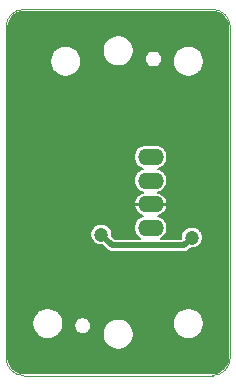
<source format=gbr>
G04 #@! TF.GenerationSoftware,KiCad,Pcbnew,5.1.9*
G04 #@! TF.CreationDate,2021-04-02T13:00:30+02:00*
G04 #@! TF.ProjectId,pressureSensorHolder,70726573-7375-4726-9553-656e736f7248,rev?*
G04 #@! TF.SameCoordinates,Original*
G04 #@! TF.FileFunction,Copper,L2,Bot*
G04 #@! TF.FilePolarity,Positive*
%FSLAX46Y46*%
G04 Gerber Fmt 4.6, Leading zero omitted, Abs format (unit mm)*
G04 Created by KiCad (PCBNEW 5.1.9) date 2021-04-02 13:00:30*
%MOMM*%
%LPD*%
G01*
G04 APERTURE LIST*
G04 #@! TA.AperFunction,Profile*
%ADD10C,0.050000*%
G04 #@! TD*
G04 #@! TA.AperFunction,ComponentPad*
%ADD11O,2.200000X1.400000*%
G04 #@! TD*
G04 #@! TA.AperFunction,ViaPad*
%ADD12C,0.800000*%
G04 #@! TD*
G04 #@! TA.AperFunction,ViaPad*
%ADD13C,1.200000*%
G04 #@! TD*
G04 #@! TA.AperFunction,Conductor*
%ADD14C,0.500000*%
G04 #@! TD*
G04 #@! TA.AperFunction,Conductor*
%ADD15C,0.130000*%
G04 #@! TD*
G04 #@! TA.AperFunction,Conductor*
%ADD16C,0.100000*%
G04 #@! TD*
G04 APERTURE END LIST*
D10*
X140942200Y-99157400D02*
G75*
G02*
X139442200Y-97657400I0J1500000D01*
G01*
X139442200Y-69657400D02*
G75*
G02*
X140942200Y-68157400I1500000J0D01*
G01*
X158442200Y-97657400D02*
G75*
G02*
X156942200Y-99157400I-1500000J0D01*
G01*
X156942200Y-68157400D02*
G75*
G02*
X158442200Y-69657400I0J-1500000D01*
G01*
X158442200Y-97657400D02*
X158442200Y-69657400D01*
X140942200Y-99157400D02*
X156942200Y-99157400D01*
X139442200Y-69657400D02*
X139442200Y-97657400D01*
X156942200Y-68157400D02*
X140942200Y-68157400D01*
D11*
X151692200Y-80657400D03*
X151692200Y-82657400D03*
X151692200Y-84657400D03*
X151692200Y-86657400D03*
D12*
X146808200Y-76043400D03*
X153793200Y-84806400D03*
D13*
X147504200Y-87219402D03*
X155190196Y-87473404D03*
D14*
X147504200Y-87219402D02*
X148412197Y-88127399D01*
X148412197Y-88127399D02*
X154536201Y-88127399D01*
X154536201Y-88127399D02*
X155190196Y-87473404D01*
D15*
X157192568Y-68392956D02*
X157433397Y-68465667D01*
X157655519Y-68583771D01*
X157850466Y-68742766D01*
X158010824Y-68936606D01*
X158130476Y-69157896D01*
X158204865Y-69398212D01*
X158232201Y-69658299D01*
X158232200Y-97647127D01*
X158206644Y-97907768D01*
X158133933Y-98148597D01*
X158015829Y-98370719D01*
X157856834Y-98565666D01*
X157662994Y-98726024D01*
X157441704Y-98845676D01*
X157201392Y-98920065D01*
X156941311Y-98947400D01*
X140952473Y-98947400D01*
X140691832Y-98921844D01*
X140451003Y-98849133D01*
X140228881Y-98731029D01*
X140033934Y-98572034D01*
X139873576Y-98378194D01*
X139753924Y-98156904D01*
X139679535Y-97916592D01*
X139652200Y-97656511D01*
X139652200Y-94627490D01*
X141673200Y-94627490D01*
X141673200Y-94887310D01*
X141723889Y-95142138D01*
X141823317Y-95382181D01*
X141967666Y-95598213D01*
X142151387Y-95781934D01*
X142367419Y-95926283D01*
X142607462Y-96025711D01*
X142862290Y-96076400D01*
X143122110Y-96076400D01*
X143376938Y-96025711D01*
X143616981Y-95926283D01*
X143833013Y-95781934D01*
X144016734Y-95598213D01*
X144161083Y-95382181D01*
X144260511Y-95142138D01*
X144311200Y-94887310D01*
X144311200Y-94886585D01*
X145223200Y-94886585D01*
X145223200Y-95028215D01*
X145250831Y-95167125D01*
X145305030Y-95297974D01*
X145383716Y-95415736D01*
X145483864Y-95515884D01*
X145601626Y-95594570D01*
X145732475Y-95648769D01*
X145871385Y-95676400D01*
X146013015Y-95676400D01*
X146151925Y-95648769D01*
X146282774Y-95594570D01*
X146383166Y-95527490D01*
X147623200Y-95527490D01*
X147623200Y-95787310D01*
X147673889Y-96042138D01*
X147773317Y-96282181D01*
X147917666Y-96498213D01*
X148101387Y-96681934D01*
X148317419Y-96826283D01*
X148557462Y-96925711D01*
X148812290Y-96976400D01*
X149072110Y-96976400D01*
X149326938Y-96925711D01*
X149566981Y-96826283D01*
X149783013Y-96681934D01*
X149966734Y-96498213D01*
X150111083Y-96282181D01*
X150210511Y-96042138D01*
X150261200Y-95787310D01*
X150261200Y-95527490D01*
X150210511Y-95272662D01*
X150111083Y-95032619D01*
X149966734Y-94816587D01*
X149783013Y-94632866D01*
X149774968Y-94627490D01*
X153573200Y-94627490D01*
X153573200Y-94887310D01*
X153623889Y-95142138D01*
X153723317Y-95382181D01*
X153867666Y-95598213D01*
X154051387Y-95781934D01*
X154267419Y-95926283D01*
X154507462Y-96025711D01*
X154762290Y-96076400D01*
X155022110Y-96076400D01*
X155276938Y-96025711D01*
X155516981Y-95926283D01*
X155733013Y-95781934D01*
X155916734Y-95598213D01*
X156061083Y-95382181D01*
X156160511Y-95142138D01*
X156211200Y-94887310D01*
X156211200Y-94627490D01*
X156160511Y-94372662D01*
X156061083Y-94132619D01*
X155916734Y-93916587D01*
X155733013Y-93732866D01*
X155516981Y-93588517D01*
X155276938Y-93489089D01*
X155022110Y-93438400D01*
X154762290Y-93438400D01*
X154507462Y-93489089D01*
X154267419Y-93588517D01*
X154051387Y-93732866D01*
X153867666Y-93916587D01*
X153723317Y-94132619D01*
X153623889Y-94372662D01*
X153573200Y-94627490D01*
X149774968Y-94627490D01*
X149566981Y-94488517D01*
X149326938Y-94389089D01*
X149072110Y-94338400D01*
X148812290Y-94338400D01*
X148557462Y-94389089D01*
X148317419Y-94488517D01*
X148101387Y-94632866D01*
X147917666Y-94816587D01*
X147773317Y-95032619D01*
X147673889Y-95272662D01*
X147623200Y-95527490D01*
X146383166Y-95527490D01*
X146400536Y-95515884D01*
X146500684Y-95415736D01*
X146579370Y-95297974D01*
X146633569Y-95167125D01*
X146661200Y-95028215D01*
X146661200Y-94886585D01*
X146633569Y-94747675D01*
X146579370Y-94616826D01*
X146500684Y-94499064D01*
X146400536Y-94398916D01*
X146282774Y-94320230D01*
X146151925Y-94266031D01*
X146013015Y-94238400D01*
X145871385Y-94238400D01*
X145732475Y-94266031D01*
X145601626Y-94320230D01*
X145483864Y-94398916D01*
X145383716Y-94499064D01*
X145305030Y-94616826D01*
X145250831Y-94747675D01*
X145223200Y-94886585D01*
X144311200Y-94886585D01*
X144311200Y-94627490D01*
X144260511Y-94372662D01*
X144161083Y-94132619D01*
X144016734Y-93916587D01*
X143833013Y-93732866D01*
X143616981Y-93588517D01*
X143376938Y-93489089D01*
X143122110Y-93438400D01*
X142862290Y-93438400D01*
X142607462Y-93489089D01*
X142367419Y-93588517D01*
X142151387Y-93732866D01*
X141967666Y-93916587D01*
X141823317Y-94132619D01*
X141723889Y-94372662D01*
X141673200Y-94627490D01*
X139652200Y-94627490D01*
X139652200Y-87128888D01*
X146585200Y-87128888D01*
X146585200Y-87309916D01*
X146620516Y-87487465D01*
X146689792Y-87654712D01*
X146790366Y-87805231D01*
X146918371Y-87933236D01*
X147068890Y-88033810D01*
X147236137Y-88103086D01*
X147413686Y-88138402D01*
X147594714Y-88138402D01*
X147614564Y-88134454D01*
X147990094Y-88509984D01*
X148007907Y-88531689D01*
X148029612Y-88549502D01*
X148029618Y-88549508D01*
X148094547Y-88602794D01*
X148147383Y-88631035D01*
X148193397Y-88655630D01*
X148268117Y-88678296D01*
X148300653Y-88688166D01*
X148310359Y-88689122D01*
X148384245Y-88696399D01*
X148384253Y-88696399D01*
X148412197Y-88699151D01*
X148440141Y-88696399D01*
X154508259Y-88696399D01*
X154536201Y-88699151D01*
X154564143Y-88696399D01*
X154564153Y-88696399D01*
X154647744Y-88688166D01*
X154755001Y-88655630D01*
X154853850Y-88602794D01*
X154940491Y-88531689D01*
X154958312Y-88509974D01*
X155079831Y-88388455D01*
X155099682Y-88392404D01*
X155280710Y-88392404D01*
X155458259Y-88357088D01*
X155625506Y-88287812D01*
X155776025Y-88187238D01*
X155904030Y-88059233D01*
X156004604Y-87908714D01*
X156073880Y-87741467D01*
X156109196Y-87563918D01*
X156109196Y-87382890D01*
X156073880Y-87205341D01*
X156004604Y-87038094D01*
X155904030Y-86887575D01*
X155776025Y-86759570D01*
X155625506Y-86658996D01*
X155458259Y-86589720D01*
X155280710Y-86554404D01*
X155099682Y-86554404D01*
X154922133Y-86589720D01*
X154754886Y-86658996D01*
X154604367Y-86759570D01*
X154476362Y-86887575D01*
X154375788Y-87038094D01*
X154306512Y-87205341D01*
X154271196Y-87382890D01*
X154271196Y-87558399D01*
X152568210Y-87558399D01*
X152661065Y-87508767D01*
X152816228Y-87381428D01*
X152943567Y-87226265D01*
X153038188Y-87049241D01*
X153096455Y-86857159D01*
X153116130Y-86657400D01*
X153096455Y-86457641D01*
X153038188Y-86265559D01*
X152943567Y-86088535D01*
X152816228Y-85933372D01*
X152661065Y-85806033D01*
X152484041Y-85711412D01*
X152296872Y-85654635D01*
X152330424Y-85649997D01*
X152519493Y-85584449D01*
X152692141Y-85483275D01*
X152841734Y-85350363D01*
X152962522Y-85190821D01*
X153049864Y-85010780D01*
X153092609Y-84856348D01*
X153031349Y-84697400D01*
X151732200Y-84697400D01*
X151732200Y-84717400D01*
X151652200Y-84717400D01*
X151652200Y-84697400D01*
X150353051Y-84697400D01*
X150291791Y-84856348D01*
X150334536Y-85010780D01*
X150421878Y-85190821D01*
X150542666Y-85350363D01*
X150692259Y-85483275D01*
X150864907Y-85584449D01*
X151053976Y-85649997D01*
X151087528Y-85654635D01*
X150900359Y-85711412D01*
X150723335Y-85806033D01*
X150568172Y-85933372D01*
X150440833Y-86088535D01*
X150346212Y-86265559D01*
X150287945Y-86457641D01*
X150268270Y-86657400D01*
X150287945Y-86857159D01*
X150346212Y-87049241D01*
X150440833Y-87226265D01*
X150568172Y-87381428D01*
X150723335Y-87508767D01*
X150816190Y-87558399D01*
X148647885Y-87558399D01*
X148419252Y-87329766D01*
X148423200Y-87309916D01*
X148423200Y-87128888D01*
X148387884Y-86951339D01*
X148318608Y-86784092D01*
X148218034Y-86633573D01*
X148090029Y-86505568D01*
X147939510Y-86404994D01*
X147772263Y-86335718D01*
X147594714Y-86300402D01*
X147413686Y-86300402D01*
X147236137Y-86335718D01*
X147068890Y-86404994D01*
X146918371Y-86505568D01*
X146790366Y-86633573D01*
X146689792Y-86784092D01*
X146620516Y-86951339D01*
X146585200Y-87128888D01*
X139652200Y-87128888D01*
X139652200Y-80657400D01*
X150268270Y-80657400D01*
X150287945Y-80857159D01*
X150346212Y-81049241D01*
X150440833Y-81226265D01*
X150568172Y-81381428D01*
X150723335Y-81508767D01*
X150900359Y-81603388D01*
X151078414Y-81657400D01*
X150900359Y-81711412D01*
X150723335Y-81806033D01*
X150568172Y-81933372D01*
X150440833Y-82088535D01*
X150346212Y-82265559D01*
X150287945Y-82457641D01*
X150268270Y-82657400D01*
X150287945Y-82857159D01*
X150346212Y-83049241D01*
X150440833Y-83226265D01*
X150568172Y-83381428D01*
X150723335Y-83508767D01*
X150900359Y-83603388D01*
X151087528Y-83660165D01*
X151053976Y-83664803D01*
X150864907Y-83730351D01*
X150692259Y-83831525D01*
X150542666Y-83964437D01*
X150421878Y-84123979D01*
X150334536Y-84304020D01*
X150291791Y-84458452D01*
X150353051Y-84617400D01*
X151652200Y-84617400D01*
X151652200Y-84597400D01*
X151732200Y-84597400D01*
X151732200Y-84617400D01*
X153031349Y-84617400D01*
X153092609Y-84458452D01*
X153049864Y-84304020D01*
X152962522Y-84123979D01*
X152841734Y-83964437D01*
X152692141Y-83831525D01*
X152519493Y-83730351D01*
X152330424Y-83664803D01*
X152296872Y-83660165D01*
X152484041Y-83603388D01*
X152661065Y-83508767D01*
X152816228Y-83381428D01*
X152943567Y-83226265D01*
X153038188Y-83049241D01*
X153096455Y-82857159D01*
X153116130Y-82657400D01*
X153096455Y-82457641D01*
X153038188Y-82265559D01*
X152943567Y-82088535D01*
X152816228Y-81933372D01*
X152661065Y-81806033D01*
X152484041Y-81711412D01*
X152305986Y-81657400D01*
X152484041Y-81603388D01*
X152661065Y-81508767D01*
X152816228Y-81381428D01*
X152943567Y-81226265D01*
X153038188Y-81049241D01*
X153096455Y-80857159D01*
X153116130Y-80657400D01*
X153096455Y-80457641D01*
X153038188Y-80265559D01*
X152943567Y-80088535D01*
X152816228Y-79933372D01*
X152661065Y-79806033D01*
X152484041Y-79711412D01*
X152291959Y-79653145D01*
X152142254Y-79638400D01*
X151242146Y-79638400D01*
X151092441Y-79653145D01*
X150900359Y-79711412D01*
X150723335Y-79806033D01*
X150568172Y-79933372D01*
X150440833Y-80088535D01*
X150346212Y-80265559D01*
X150287945Y-80457641D01*
X150268270Y-80657400D01*
X139652200Y-80657400D01*
X139652200Y-72427490D01*
X143173200Y-72427490D01*
X143173200Y-72687310D01*
X143223889Y-72942138D01*
X143323317Y-73182181D01*
X143467666Y-73398213D01*
X143651387Y-73581934D01*
X143867419Y-73726283D01*
X144107462Y-73825711D01*
X144362290Y-73876400D01*
X144622110Y-73876400D01*
X144876938Y-73825711D01*
X145116981Y-73726283D01*
X145333013Y-73581934D01*
X145516734Y-73398213D01*
X145661083Y-73182181D01*
X145760511Y-72942138D01*
X145811200Y-72687310D01*
X145811200Y-72427490D01*
X145760511Y-72172662D01*
X145661083Y-71932619D01*
X145516734Y-71716587D01*
X145333013Y-71532866D01*
X145324968Y-71527490D01*
X147623200Y-71527490D01*
X147623200Y-71787310D01*
X147673889Y-72042138D01*
X147773317Y-72282181D01*
X147917666Y-72498213D01*
X148101387Y-72681934D01*
X148317419Y-72826283D01*
X148557462Y-72925711D01*
X148812290Y-72976400D01*
X149072110Y-72976400D01*
X149326938Y-72925711D01*
X149566981Y-72826283D01*
X149783013Y-72681934D01*
X149966734Y-72498213D01*
X150108140Y-72286585D01*
X151223200Y-72286585D01*
X151223200Y-72428215D01*
X151250831Y-72567125D01*
X151305030Y-72697974D01*
X151383716Y-72815736D01*
X151483864Y-72915884D01*
X151601626Y-72994570D01*
X151732475Y-73048769D01*
X151871385Y-73076400D01*
X152013015Y-73076400D01*
X152151925Y-73048769D01*
X152282774Y-72994570D01*
X152400536Y-72915884D01*
X152500684Y-72815736D01*
X152579370Y-72697974D01*
X152633569Y-72567125D01*
X152661200Y-72428215D01*
X152661200Y-72427490D01*
X153573200Y-72427490D01*
X153573200Y-72687310D01*
X153623889Y-72942138D01*
X153723317Y-73182181D01*
X153867666Y-73398213D01*
X154051387Y-73581934D01*
X154267419Y-73726283D01*
X154507462Y-73825711D01*
X154762290Y-73876400D01*
X155022110Y-73876400D01*
X155276938Y-73825711D01*
X155516981Y-73726283D01*
X155733013Y-73581934D01*
X155916734Y-73398213D01*
X156061083Y-73182181D01*
X156160511Y-72942138D01*
X156211200Y-72687310D01*
X156211200Y-72427490D01*
X156160511Y-72172662D01*
X156061083Y-71932619D01*
X155916734Y-71716587D01*
X155733013Y-71532866D01*
X155516981Y-71388517D01*
X155276938Y-71289089D01*
X155022110Y-71238400D01*
X154762290Y-71238400D01*
X154507462Y-71289089D01*
X154267419Y-71388517D01*
X154051387Y-71532866D01*
X153867666Y-71716587D01*
X153723317Y-71932619D01*
X153623889Y-72172662D01*
X153573200Y-72427490D01*
X152661200Y-72427490D01*
X152661200Y-72286585D01*
X152633569Y-72147675D01*
X152579370Y-72016826D01*
X152500684Y-71899064D01*
X152400536Y-71798916D01*
X152282774Y-71720230D01*
X152151925Y-71666031D01*
X152013015Y-71638400D01*
X151871385Y-71638400D01*
X151732475Y-71666031D01*
X151601626Y-71720230D01*
X151483864Y-71798916D01*
X151383716Y-71899064D01*
X151305030Y-72016826D01*
X151250831Y-72147675D01*
X151223200Y-72286585D01*
X150108140Y-72286585D01*
X150111083Y-72282181D01*
X150210511Y-72042138D01*
X150261200Y-71787310D01*
X150261200Y-71527490D01*
X150210511Y-71272662D01*
X150111083Y-71032619D01*
X149966734Y-70816587D01*
X149783013Y-70632866D01*
X149566981Y-70488517D01*
X149326938Y-70389089D01*
X149072110Y-70338400D01*
X148812290Y-70338400D01*
X148557462Y-70389089D01*
X148317419Y-70488517D01*
X148101387Y-70632866D01*
X147917666Y-70816587D01*
X147773317Y-71032619D01*
X147673889Y-71272662D01*
X147623200Y-71527490D01*
X145324968Y-71527490D01*
X145116981Y-71388517D01*
X144876938Y-71289089D01*
X144622110Y-71238400D01*
X144362290Y-71238400D01*
X144107462Y-71289089D01*
X143867419Y-71388517D01*
X143651387Y-71532866D01*
X143467666Y-71716587D01*
X143323317Y-71932619D01*
X143223889Y-72172662D01*
X143173200Y-72427490D01*
X139652200Y-72427490D01*
X139652200Y-69667673D01*
X139677756Y-69407032D01*
X139750467Y-69166203D01*
X139868571Y-68944081D01*
X140027566Y-68749134D01*
X140221406Y-68588776D01*
X140442696Y-68469124D01*
X140683012Y-68394735D01*
X140943089Y-68367400D01*
X156931927Y-68367400D01*
X157192568Y-68392956D01*
G04 #@! TA.AperFunction,Conductor*
D16*
G36*
X157192568Y-68392956D02*
G01*
X157433397Y-68465667D01*
X157655519Y-68583771D01*
X157850466Y-68742766D01*
X158010824Y-68936606D01*
X158130476Y-69157896D01*
X158204865Y-69398212D01*
X158232201Y-69658299D01*
X158232200Y-97647127D01*
X158206644Y-97907768D01*
X158133933Y-98148597D01*
X158015829Y-98370719D01*
X157856834Y-98565666D01*
X157662994Y-98726024D01*
X157441704Y-98845676D01*
X157201392Y-98920065D01*
X156941311Y-98947400D01*
X140952473Y-98947400D01*
X140691832Y-98921844D01*
X140451003Y-98849133D01*
X140228881Y-98731029D01*
X140033934Y-98572034D01*
X139873576Y-98378194D01*
X139753924Y-98156904D01*
X139679535Y-97916592D01*
X139652200Y-97656511D01*
X139652200Y-94627490D01*
X141673200Y-94627490D01*
X141673200Y-94887310D01*
X141723889Y-95142138D01*
X141823317Y-95382181D01*
X141967666Y-95598213D01*
X142151387Y-95781934D01*
X142367419Y-95926283D01*
X142607462Y-96025711D01*
X142862290Y-96076400D01*
X143122110Y-96076400D01*
X143376938Y-96025711D01*
X143616981Y-95926283D01*
X143833013Y-95781934D01*
X144016734Y-95598213D01*
X144161083Y-95382181D01*
X144260511Y-95142138D01*
X144311200Y-94887310D01*
X144311200Y-94886585D01*
X145223200Y-94886585D01*
X145223200Y-95028215D01*
X145250831Y-95167125D01*
X145305030Y-95297974D01*
X145383716Y-95415736D01*
X145483864Y-95515884D01*
X145601626Y-95594570D01*
X145732475Y-95648769D01*
X145871385Y-95676400D01*
X146013015Y-95676400D01*
X146151925Y-95648769D01*
X146282774Y-95594570D01*
X146383166Y-95527490D01*
X147623200Y-95527490D01*
X147623200Y-95787310D01*
X147673889Y-96042138D01*
X147773317Y-96282181D01*
X147917666Y-96498213D01*
X148101387Y-96681934D01*
X148317419Y-96826283D01*
X148557462Y-96925711D01*
X148812290Y-96976400D01*
X149072110Y-96976400D01*
X149326938Y-96925711D01*
X149566981Y-96826283D01*
X149783013Y-96681934D01*
X149966734Y-96498213D01*
X150111083Y-96282181D01*
X150210511Y-96042138D01*
X150261200Y-95787310D01*
X150261200Y-95527490D01*
X150210511Y-95272662D01*
X150111083Y-95032619D01*
X149966734Y-94816587D01*
X149783013Y-94632866D01*
X149774968Y-94627490D01*
X153573200Y-94627490D01*
X153573200Y-94887310D01*
X153623889Y-95142138D01*
X153723317Y-95382181D01*
X153867666Y-95598213D01*
X154051387Y-95781934D01*
X154267419Y-95926283D01*
X154507462Y-96025711D01*
X154762290Y-96076400D01*
X155022110Y-96076400D01*
X155276938Y-96025711D01*
X155516981Y-95926283D01*
X155733013Y-95781934D01*
X155916734Y-95598213D01*
X156061083Y-95382181D01*
X156160511Y-95142138D01*
X156211200Y-94887310D01*
X156211200Y-94627490D01*
X156160511Y-94372662D01*
X156061083Y-94132619D01*
X155916734Y-93916587D01*
X155733013Y-93732866D01*
X155516981Y-93588517D01*
X155276938Y-93489089D01*
X155022110Y-93438400D01*
X154762290Y-93438400D01*
X154507462Y-93489089D01*
X154267419Y-93588517D01*
X154051387Y-93732866D01*
X153867666Y-93916587D01*
X153723317Y-94132619D01*
X153623889Y-94372662D01*
X153573200Y-94627490D01*
X149774968Y-94627490D01*
X149566981Y-94488517D01*
X149326938Y-94389089D01*
X149072110Y-94338400D01*
X148812290Y-94338400D01*
X148557462Y-94389089D01*
X148317419Y-94488517D01*
X148101387Y-94632866D01*
X147917666Y-94816587D01*
X147773317Y-95032619D01*
X147673889Y-95272662D01*
X147623200Y-95527490D01*
X146383166Y-95527490D01*
X146400536Y-95515884D01*
X146500684Y-95415736D01*
X146579370Y-95297974D01*
X146633569Y-95167125D01*
X146661200Y-95028215D01*
X146661200Y-94886585D01*
X146633569Y-94747675D01*
X146579370Y-94616826D01*
X146500684Y-94499064D01*
X146400536Y-94398916D01*
X146282774Y-94320230D01*
X146151925Y-94266031D01*
X146013015Y-94238400D01*
X145871385Y-94238400D01*
X145732475Y-94266031D01*
X145601626Y-94320230D01*
X145483864Y-94398916D01*
X145383716Y-94499064D01*
X145305030Y-94616826D01*
X145250831Y-94747675D01*
X145223200Y-94886585D01*
X144311200Y-94886585D01*
X144311200Y-94627490D01*
X144260511Y-94372662D01*
X144161083Y-94132619D01*
X144016734Y-93916587D01*
X143833013Y-93732866D01*
X143616981Y-93588517D01*
X143376938Y-93489089D01*
X143122110Y-93438400D01*
X142862290Y-93438400D01*
X142607462Y-93489089D01*
X142367419Y-93588517D01*
X142151387Y-93732866D01*
X141967666Y-93916587D01*
X141823317Y-94132619D01*
X141723889Y-94372662D01*
X141673200Y-94627490D01*
X139652200Y-94627490D01*
X139652200Y-87128888D01*
X146585200Y-87128888D01*
X146585200Y-87309916D01*
X146620516Y-87487465D01*
X146689792Y-87654712D01*
X146790366Y-87805231D01*
X146918371Y-87933236D01*
X147068890Y-88033810D01*
X147236137Y-88103086D01*
X147413686Y-88138402D01*
X147594714Y-88138402D01*
X147614564Y-88134454D01*
X147990094Y-88509984D01*
X148007907Y-88531689D01*
X148029612Y-88549502D01*
X148029618Y-88549508D01*
X148094547Y-88602794D01*
X148147383Y-88631035D01*
X148193397Y-88655630D01*
X148268117Y-88678296D01*
X148300653Y-88688166D01*
X148310359Y-88689122D01*
X148384245Y-88696399D01*
X148384253Y-88696399D01*
X148412197Y-88699151D01*
X148440141Y-88696399D01*
X154508259Y-88696399D01*
X154536201Y-88699151D01*
X154564143Y-88696399D01*
X154564153Y-88696399D01*
X154647744Y-88688166D01*
X154755001Y-88655630D01*
X154853850Y-88602794D01*
X154940491Y-88531689D01*
X154958312Y-88509974D01*
X155079831Y-88388455D01*
X155099682Y-88392404D01*
X155280710Y-88392404D01*
X155458259Y-88357088D01*
X155625506Y-88287812D01*
X155776025Y-88187238D01*
X155904030Y-88059233D01*
X156004604Y-87908714D01*
X156073880Y-87741467D01*
X156109196Y-87563918D01*
X156109196Y-87382890D01*
X156073880Y-87205341D01*
X156004604Y-87038094D01*
X155904030Y-86887575D01*
X155776025Y-86759570D01*
X155625506Y-86658996D01*
X155458259Y-86589720D01*
X155280710Y-86554404D01*
X155099682Y-86554404D01*
X154922133Y-86589720D01*
X154754886Y-86658996D01*
X154604367Y-86759570D01*
X154476362Y-86887575D01*
X154375788Y-87038094D01*
X154306512Y-87205341D01*
X154271196Y-87382890D01*
X154271196Y-87558399D01*
X152568210Y-87558399D01*
X152661065Y-87508767D01*
X152816228Y-87381428D01*
X152943567Y-87226265D01*
X153038188Y-87049241D01*
X153096455Y-86857159D01*
X153116130Y-86657400D01*
X153096455Y-86457641D01*
X153038188Y-86265559D01*
X152943567Y-86088535D01*
X152816228Y-85933372D01*
X152661065Y-85806033D01*
X152484041Y-85711412D01*
X152296872Y-85654635D01*
X152330424Y-85649997D01*
X152519493Y-85584449D01*
X152692141Y-85483275D01*
X152841734Y-85350363D01*
X152962522Y-85190821D01*
X153049864Y-85010780D01*
X153092609Y-84856348D01*
X153031349Y-84697400D01*
X151732200Y-84697400D01*
X151732200Y-84717400D01*
X151652200Y-84717400D01*
X151652200Y-84697400D01*
X150353051Y-84697400D01*
X150291791Y-84856348D01*
X150334536Y-85010780D01*
X150421878Y-85190821D01*
X150542666Y-85350363D01*
X150692259Y-85483275D01*
X150864907Y-85584449D01*
X151053976Y-85649997D01*
X151087528Y-85654635D01*
X150900359Y-85711412D01*
X150723335Y-85806033D01*
X150568172Y-85933372D01*
X150440833Y-86088535D01*
X150346212Y-86265559D01*
X150287945Y-86457641D01*
X150268270Y-86657400D01*
X150287945Y-86857159D01*
X150346212Y-87049241D01*
X150440833Y-87226265D01*
X150568172Y-87381428D01*
X150723335Y-87508767D01*
X150816190Y-87558399D01*
X148647885Y-87558399D01*
X148419252Y-87329766D01*
X148423200Y-87309916D01*
X148423200Y-87128888D01*
X148387884Y-86951339D01*
X148318608Y-86784092D01*
X148218034Y-86633573D01*
X148090029Y-86505568D01*
X147939510Y-86404994D01*
X147772263Y-86335718D01*
X147594714Y-86300402D01*
X147413686Y-86300402D01*
X147236137Y-86335718D01*
X147068890Y-86404994D01*
X146918371Y-86505568D01*
X146790366Y-86633573D01*
X146689792Y-86784092D01*
X146620516Y-86951339D01*
X146585200Y-87128888D01*
X139652200Y-87128888D01*
X139652200Y-80657400D01*
X150268270Y-80657400D01*
X150287945Y-80857159D01*
X150346212Y-81049241D01*
X150440833Y-81226265D01*
X150568172Y-81381428D01*
X150723335Y-81508767D01*
X150900359Y-81603388D01*
X151078414Y-81657400D01*
X150900359Y-81711412D01*
X150723335Y-81806033D01*
X150568172Y-81933372D01*
X150440833Y-82088535D01*
X150346212Y-82265559D01*
X150287945Y-82457641D01*
X150268270Y-82657400D01*
X150287945Y-82857159D01*
X150346212Y-83049241D01*
X150440833Y-83226265D01*
X150568172Y-83381428D01*
X150723335Y-83508767D01*
X150900359Y-83603388D01*
X151087528Y-83660165D01*
X151053976Y-83664803D01*
X150864907Y-83730351D01*
X150692259Y-83831525D01*
X150542666Y-83964437D01*
X150421878Y-84123979D01*
X150334536Y-84304020D01*
X150291791Y-84458452D01*
X150353051Y-84617400D01*
X151652200Y-84617400D01*
X151652200Y-84597400D01*
X151732200Y-84597400D01*
X151732200Y-84617400D01*
X153031349Y-84617400D01*
X153092609Y-84458452D01*
X153049864Y-84304020D01*
X152962522Y-84123979D01*
X152841734Y-83964437D01*
X152692141Y-83831525D01*
X152519493Y-83730351D01*
X152330424Y-83664803D01*
X152296872Y-83660165D01*
X152484041Y-83603388D01*
X152661065Y-83508767D01*
X152816228Y-83381428D01*
X152943567Y-83226265D01*
X153038188Y-83049241D01*
X153096455Y-82857159D01*
X153116130Y-82657400D01*
X153096455Y-82457641D01*
X153038188Y-82265559D01*
X152943567Y-82088535D01*
X152816228Y-81933372D01*
X152661065Y-81806033D01*
X152484041Y-81711412D01*
X152305986Y-81657400D01*
X152484041Y-81603388D01*
X152661065Y-81508767D01*
X152816228Y-81381428D01*
X152943567Y-81226265D01*
X153038188Y-81049241D01*
X153096455Y-80857159D01*
X153116130Y-80657400D01*
X153096455Y-80457641D01*
X153038188Y-80265559D01*
X152943567Y-80088535D01*
X152816228Y-79933372D01*
X152661065Y-79806033D01*
X152484041Y-79711412D01*
X152291959Y-79653145D01*
X152142254Y-79638400D01*
X151242146Y-79638400D01*
X151092441Y-79653145D01*
X150900359Y-79711412D01*
X150723335Y-79806033D01*
X150568172Y-79933372D01*
X150440833Y-80088535D01*
X150346212Y-80265559D01*
X150287945Y-80457641D01*
X150268270Y-80657400D01*
X139652200Y-80657400D01*
X139652200Y-72427490D01*
X143173200Y-72427490D01*
X143173200Y-72687310D01*
X143223889Y-72942138D01*
X143323317Y-73182181D01*
X143467666Y-73398213D01*
X143651387Y-73581934D01*
X143867419Y-73726283D01*
X144107462Y-73825711D01*
X144362290Y-73876400D01*
X144622110Y-73876400D01*
X144876938Y-73825711D01*
X145116981Y-73726283D01*
X145333013Y-73581934D01*
X145516734Y-73398213D01*
X145661083Y-73182181D01*
X145760511Y-72942138D01*
X145811200Y-72687310D01*
X145811200Y-72427490D01*
X145760511Y-72172662D01*
X145661083Y-71932619D01*
X145516734Y-71716587D01*
X145333013Y-71532866D01*
X145324968Y-71527490D01*
X147623200Y-71527490D01*
X147623200Y-71787310D01*
X147673889Y-72042138D01*
X147773317Y-72282181D01*
X147917666Y-72498213D01*
X148101387Y-72681934D01*
X148317419Y-72826283D01*
X148557462Y-72925711D01*
X148812290Y-72976400D01*
X149072110Y-72976400D01*
X149326938Y-72925711D01*
X149566981Y-72826283D01*
X149783013Y-72681934D01*
X149966734Y-72498213D01*
X150108140Y-72286585D01*
X151223200Y-72286585D01*
X151223200Y-72428215D01*
X151250831Y-72567125D01*
X151305030Y-72697974D01*
X151383716Y-72815736D01*
X151483864Y-72915884D01*
X151601626Y-72994570D01*
X151732475Y-73048769D01*
X151871385Y-73076400D01*
X152013015Y-73076400D01*
X152151925Y-73048769D01*
X152282774Y-72994570D01*
X152400536Y-72915884D01*
X152500684Y-72815736D01*
X152579370Y-72697974D01*
X152633569Y-72567125D01*
X152661200Y-72428215D01*
X152661200Y-72427490D01*
X153573200Y-72427490D01*
X153573200Y-72687310D01*
X153623889Y-72942138D01*
X153723317Y-73182181D01*
X153867666Y-73398213D01*
X154051387Y-73581934D01*
X154267419Y-73726283D01*
X154507462Y-73825711D01*
X154762290Y-73876400D01*
X155022110Y-73876400D01*
X155276938Y-73825711D01*
X155516981Y-73726283D01*
X155733013Y-73581934D01*
X155916734Y-73398213D01*
X156061083Y-73182181D01*
X156160511Y-72942138D01*
X156211200Y-72687310D01*
X156211200Y-72427490D01*
X156160511Y-72172662D01*
X156061083Y-71932619D01*
X155916734Y-71716587D01*
X155733013Y-71532866D01*
X155516981Y-71388517D01*
X155276938Y-71289089D01*
X155022110Y-71238400D01*
X154762290Y-71238400D01*
X154507462Y-71289089D01*
X154267419Y-71388517D01*
X154051387Y-71532866D01*
X153867666Y-71716587D01*
X153723317Y-71932619D01*
X153623889Y-72172662D01*
X153573200Y-72427490D01*
X152661200Y-72427490D01*
X152661200Y-72286585D01*
X152633569Y-72147675D01*
X152579370Y-72016826D01*
X152500684Y-71899064D01*
X152400536Y-71798916D01*
X152282774Y-71720230D01*
X152151925Y-71666031D01*
X152013015Y-71638400D01*
X151871385Y-71638400D01*
X151732475Y-71666031D01*
X151601626Y-71720230D01*
X151483864Y-71798916D01*
X151383716Y-71899064D01*
X151305030Y-72016826D01*
X151250831Y-72147675D01*
X151223200Y-72286585D01*
X150108140Y-72286585D01*
X150111083Y-72282181D01*
X150210511Y-72042138D01*
X150261200Y-71787310D01*
X150261200Y-71527490D01*
X150210511Y-71272662D01*
X150111083Y-71032619D01*
X149966734Y-70816587D01*
X149783013Y-70632866D01*
X149566981Y-70488517D01*
X149326938Y-70389089D01*
X149072110Y-70338400D01*
X148812290Y-70338400D01*
X148557462Y-70389089D01*
X148317419Y-70488517D01*
X148101387Y-70632866D01*
X147917666Y-70816587D01*
X147773317Y-71032619D01*
X147673889Y-71272662D01*
X147623200Y-71527490D01*
X145324968Y-71527490D01*
X145116981Y-71388517D01*
X144876938Y-71289089D01*
X144622110Y-71238400D01*
X144362290Y-71238400D01*
X144107462Y-71289089D01*
X143867419Y-71388517D01*
X143651387Y-71532866D01*
X143467666Y-71716587D01*
X143323317Y-71932619D01*
X143223889Y-72172662D01*
X143173200Y-72427490D01*
X139652200Y-72427490D01*
X139652200Y-69667673D01*
X139677756Y-69407032D01*
X139750467Y-69166203D01*
X139868571Y-68944081D01*
X140027566Y-68749134D01*
X140221406Y-68588776D01*
X140442696Y-68469124D01*
X140683012Y-68394735D01*
X140943089Y-68367400D01*
X156931927Y-68367400D01*
X157192568Y-68392956D01*
G37*
G04 #@! TD.AperFunction*
M02*

</source>
